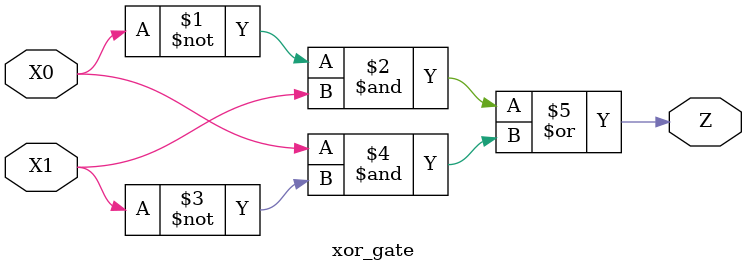
<source format=v>
module xor_gate (
    input wire X0, 
    input wire X1, 
    output wire Z
);
    assign Z = (~X0 & X1) | (X0 & ~X1); // XOR expression
endmodule

</source>
